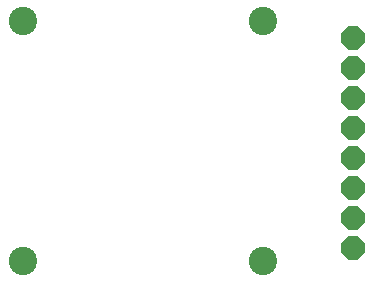
<source format=gbr>
G04 EAGLE Gerber RS-274X export*
G75*
%MOMM*%
%FSLAX34Y34*%
%LPD*%
%INSoldermask Bottom*%
%IPPOS*%
%AMOC8*
5,1,8,0,0,1.08239X$1,22.5*%
G01*
%ADD10C,2.403200*%
%ADD11P,2.144431X8X202.500000*%


D10*
X25400Y228600D03*
X25400Y25400D03*
X228600Y228600D03*
X228600Y25400D03*
D11*
X304800Y36830D03*
X304800Y62230D03*
X304800Y87630D03*
X304800Y113030D03*
X304800Y138430D03*
X304800Y163830D03*
X304800Y189230D03*
X304800Y214630D03*
M02*

</source>
